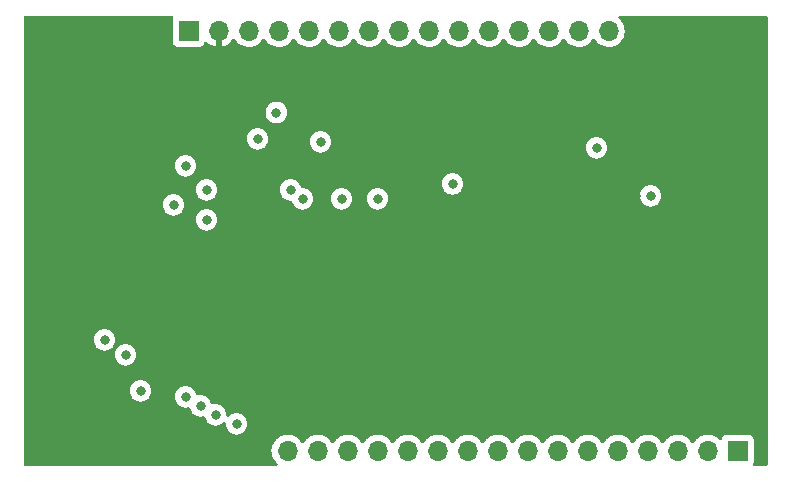
<source format=gbr>
%TF.GenerationSoftware,KiCad,Pcbnew,(6.0.0-0)*%
%TF.CreationDate,2022-08-18T21:47:30-04:00*%
%TF.ProjectId,CPU-Microcode-EEPROMs,4350552d-4d69-4637-926f-636f64652d45,rev?*%
%TF.SameCoordinates,Original*%
%TF.FileFunction,Copper,L3,Inr*%
%TF.FilePolarity,Positive*%
%FSLAX46Y46*%
G04 Gerber Fmt 4.6, Leading zero omitted, Abs format (unit mm)*
G04 Created by KiCad (PCBNEW (6.0.0-0)) date 2022-08-18 21:47:30*
%MOMM*%
%LPD*%
G01*
G04 APERTURE LIST*
%TA.AperFunction,ComponentPad*%
%ADD10R,1.700000X1.700000*%
%TD*%
%TA.AperFunction,ComponentPad*%
%ADD11O,1.700000X1.700000*%
%TD*%
%TA.AperFunction,ViaPad*%
%ADD12C,0.800000*%
%TD*%
G04 APERTURE END LIST*
D10*
%TO.N,~{DECODE_CONTROL_0}*%
%TO.C,J2*%
X115570000Y-112776000D03*
D11*
%TO.N,~{DECODE_CONTROL_1}*%
X113030000Y-112776000D03*
%TO.N,~{DECODE_CONTROL_2}*%
X110490000Y-112776000D03*
%TO.N,~{DECODE_CONTROL_3}*%
X107950000Y-112776000D03*
%TO.N,~{DECODE_CONTROL_4}*%
X105410000Y-112776000D03*
%TO.N,~{DECODE_CONTROL_5}*%
X102870000Y-112776000D03*
%TO.N,~{DECODE_CONTROL_6}*%
X100330000Y-112776000D03*
%TO.N,~{DECODE_CONTROL_7}*%
X97790000Y-112776000D03*
%TO.N,\u03BC0*%
X95250000Y-112776000D03*
%TO.N,\u03BC1*%
X92710000Y-112776000D03*
%TO.N,\u03BC2*%
X90170000Y-112776000D03*
%TO.N,\u03BC3*%
X87630000Y-112776000D03*
%TO.N,\u03BC4*%
X85090000Y-112776000D03*
%TO.N,\u03BC5*%
X82550000Y-112776000D03*
%TO.N,\u03BC6*%
X80010000Y-112776000D03*
%TO.N,\u03BC7*%
X77470000Y-112776000D03*
%TD*%
D10*
%TO.N,VCC*%
%TO.C,J1*%
X69088000Y-77216000D03*
D11*
%TO.N,GND*%
X71628000Y-77216000D03*
%TO.N,STEP0*%
X74168000Y-77216000D03*
%TO.N,STEP1*%
X76708000Y-77216000D03*
%TO.N,STEP2*%
X79248000Y-77216000D03*
%TO.N,STEP3*%
X81788000Y-77216000D03*
%TO.N,STEP4*%
X84328000Y-77216000D03*
%TO.N,INSTRUCTION0*%
X86868000Y-77216000D03*
%TO.N,INSTRUCTION1*%
X89408000Y-77216000D03*
%TO.N,INSTRUCTION2*%
X91948000Y-77216000D03*
%TO.N,INSTRUCTION3*%
X94488000Y-77216000D03*
%TO.N,INSTRUCTION4*%
X97028000Y-77216000D03*
%TO.N,INSTRUCTION5*%
X99568000Y-77216000D03*
%TO.N,INSTRUCTION6*%
X102108000Y-77216000D03*
%TO.N,INSTRUCTION7*%
X104648000Y-77216000D03*
%TD*%
D12*
%TO.N,GND*%
X109474000Y-91186000D03*
X106934000Y-91186000D03*
%TO.N,VCC*%
X108204000Y-91186000D03*
X103632000Y-87122000D03*
%TO.N,GND*%
X115311701Y-96778299D03*
X110744000Y-96774007D03*
X101600000Y-96774000D03*
X87122000Y-96774000D03*
X80264000Y-96774000D03*
X99314000Y-96774000D03*
X91440000Y-92710000D03*
X108458000Y-96774000D03*
X82550000Y-96774000D03*
X66294000Y-97790000D03*
X103886000Y-96774000D03*
X91694000Y-96774000D03*
X84836000Y-96774000D03*
X93980000Y-96774000D03*
X96266000Y-96774000D03*
X89408000Y-96774000D03*
X106172000Y-96774000D03*
X113030000Y-96774000D03*
%TO.N,VCC*%
X68834000Y-88646000D03*
X91440000Y-90170000D03*
%TO.N,~{OE}*%
X85090000Y-91440000D03*
X70612000Y-93218000D03*
%TO.N,A13*%
X74930000Y-86360000D03*
X78740000Y-91440000D03*
%TO.N,A14*%
X82042000Y-91440000D03*
X67818000Y-91948000D03*
%TO.N,INSTRUCTION7*%
X80264000Y-86614000D03*
X76517666Y-84135073D03*
%TO.N,INSTRUCTION6*%
X70612000Y-90678000D03*
X77724000Y-90678000D03*
%TO.N,\u03BC5*%
X71374000Y-109728000D03*
%TO.N,\u03BC4*%
X70104000Y-108966000D03*
%TO.N,\u03BC6*%
X73152000Y-110490000D03*
%TO.N,\u03BC0*%
X61976000Y-103378000D03*
%TO.N,\u03BC1*%
X63754000Y-104648000D03*
%TO.N,\u03BC2*%
X65024000Y-107696000D03*
%TO.N,\u03BC3*%
X68834000Y-108204000D03*
%TD*%
%TA.AperFunction,Conductor*%
%TO.N,GND*%
G36*
X67739202Y-75966002D02*
G01*
X67785695Y-76019658D01*
X67795799Y-76089932D01*
X67786161Y-76118836D01*
X67787385Y-76119295D01*
X67736255Y-76255684D01*
X67729500Y-76317866D01*
X67729500Y-78114134D01*
X67736255Y-78176316D01*
X67787385Y-78312705D01*
X67874739Y-78429261D01*
X67991295Y-78516615D01*
X68127684Y-78567745D01*
X68189866Y-78574500D01*
X69986134Y-78574500D01*
X70048316Y-78567745D01*
X70184705Y-78516615D01*
X70301261Y-78429261D01*
X70388615Y-78312705D01*
X70432798Y-78194848D01*
X70475440Y-78138084D01*
X70542001Y-78113384D01*
X70611350Y-78128592D01*
X70646017Y-78156580D01*
X70671218Y-78185673D01*
X70678580Y-78192883D01*
X70842434Y-78328916D01*
X70850881Y-78334831D01*
X71034756Y-78442279D01*
X71044042Y-78446729D01*
X71243001Y-78522703D01*
X71252899Y-78525579D01*
X71356250Y-78546606D01*
X71370299Y-78545410D01*
X71374000Y-78535065D01*
X71374000Y-77088000D01*
X71394002Y-77019879D01*
X71447658Y-76973386D01*
X71500000Y-76962000D01*
X71756000Y-76962000D01*
X71824121Y-76982002D01*
X71870614Y-77035658D01*
X71882000Y-77088000D01*
X71882000Y-78534517D01*
X71886064Y-78548359D01*
X71899478Y-78550393D01*
X71906184Y-78549534D01*
X71916262Y-78547392D01*
X72120255Y-78486191D01*
X72129842Y-78482433D01*
X72321095Y-78388739D01*
X72329945Y-78383464D01*
X72503328Y-78259792D01*
X72511200Y-78253139D01*
X72662052Y-78102812D01*
X72668730Y-78094965D01*
X72796022Y-77917819D01*
X72797279Y-77918722D01*
X72844373Y-77875362D01*
X72914311Y-77863145D01*
X72979751Y-77890678D01*
X73007579Y-77922511D01*
X73067987Y-78021088D01*
X73214250Y-78189938D01*
X73386126Y-78332632D01*
X73579000Y-78445338D01*
X73787692Y-78525030D01*
X73792760Y-78526061D01*
X73792763Y-78526062D01*
X73887862Y-78545410D01*
X74006597Y-78569567D01*
X74011772Y-78569757D01*
X74011774Y-78569757D01*
X74224673Y-78577564D01*
X74224677Y-78577564D01*
X74229837Y-78577753D01*
X74234957Y-78577097D01*
X74234959Y-78577097D01*
X74446288Y-78550025D01*
X74446289Y-78550025D01*
X74451416Y-78549368D01*
X74456366Y-78547883D01*
X74660429Y-78486661D01*
X74660434Y-78486659D01*
X74665384Y-78485174D01*
X74865994Y-78386896D01*
X75047860Y-78257173D01*
X75206096Y-78099489D01*
X75336453Y-77918077D01*
X75337776Y-77919028D01*
X75384645Y-77875857D01*
X75454580Y-77863625D01*
X75520026Y-77891144D01*
X75547875Y-77922994D01*
X75607987Y-78021088D01*
X75754250Y-78189938D01*
X75926126Y-78332632D01*
X76119000Y-78445338D01*
X76327692Y-78525030D01*
X76332760Y-78526061D01*
X76332763Y-78526062D01*
X76427862Y-78545410D01*
X76546597Y-78569567D01*
X76551772Y-78569757D01*
X76551774Y-78569757D01*
X76764673Y-78577564D01*
X76764677Y-78577564D01*
X76769837Y-78577753D01*
X76774957Y-78577097D01*
X76774959Y-78577097D01*
X76986288Y-78550025D01*
X76986289Y-78550025D01*
X76991416Y-78549368D01*
X76996366Y-78547883D01*
X77200429Y-78486661D01*
X77200434Y-78486659D01*
X77205384Y-78485174D01*
X77405994Y-78386896D01*
X77587860Y-78257173D01*
X77746096Y-78099489D01*
X77876453Y-77918077D01*
X77877776Y-77919028D01*
X77924645Y-77875857D01*
X77994580Y-77863625D01*
X78060026Y-77891144D01*
X78087875Y-77922994D01*
X78147987Y-78021088D01*
X78294250Y-78189938D01*
X78466126Y-78332632D01*
X78659000Y-78445338D01*
X78867692Y-78525030D01*
X78872760Y-78526061D01*
X78872763Y-78526062D01*
X78967862Y-78545410D01*
X79086597Y-78569567D01*
X79091772Y-78569757D01*
X79091774Y-78569757D01*
X79304673Y-78577564D01*
X79304677Y-78577564D01*
X79309837Y-78577753D01*
X79314957Y-78577097D01*
X79314959Y-78577097D01*
X79526288Y-78550025D01*
X79526289Y-78550025D01*
X79531416Y-78549368D01*
X79536366Y-78547883D01*
X79740429Y-78486661D01*
X79740434Y-78486659D01*
X79745384Y-78485174D01*
X79945994Y-78386896D01*
X80127860Y-78257173D01*
X80286096Y-78099489D01*
X80416453Y-77918077D01*
X80417776Y-77919028D01*
X80464645Y-77875857D01*
X80534580Y-77863625D01*
X80600026Y-77891144D01*
X80627875Y-77922994D01*
X80687987Y-78021088D01*
X80834250Y-78189938D01*
X81006126Y-78332632D01*
X81199000Y-78445338D01*
X81407692Y-78525030D01*
X81412760Y-78526061D01*
X81412763Y-78526062D01*
X81507862Y-78545410D01*
X81626597Y-78569567D01*
X81631772Y-78569757D01*
X81631774Y-78569757D01*
X81844673Y-78577564D01*
X81844677Y-78577564D01*
X81849837Y-78577753D01*
X81854957Y-78577097D01*
X81854959Y-78577097D01*
X82066288Y-78550025D01*
X82066289Y-78550025D01*
X82071416Y-78549368D01*
X82076366Y-78547883D01*
X82280429Y-78486661D01*
X82280434Y-78486659D01*
X82285384Y-78485174D01*
X82485994Y-78386896D01*
X82667860Y-78257173D01*
X82826096Y-78099489D01*
X82956453Y-77918077D01*
X82957776Y-77919028D01*
X83004645Y-77875857D01*
X83074580Y-77863625D01*
X83140026Y-77891144D01*
X83167875Y-77922994D01*
X83227987Y-78021088D01*
X83374250Y-78189938D01*
X83546126Y-78332632D01*
X83739000Y-78445338D01*
X83947692Y-78525030D01*
X83952760Y-78526061D01*
X83952763Y-78526062D01*
X84047862Y-78545410D01*
X84166597Y-78569567D01*
X84171772Y-78569757D01*
X84171774Y-78569757D01*
X84384673Y-78577564D01*
X84384677Y-78577564D01*
X84389837Y-78577753D01*
X84394957Y-78577097D01*
X84394959Y-78577097D01*
X84606288Y-78550025D01*
X84606289Y-78550025D01*
X84611416Y-78549368D01*
X84616366Y-78547883D01*
X84820429Y-78486661D01*
X84820434Y-78486659D01*
X84825384Y-78485174D01*
X85025994Y-78386896D01*
X85207860Y-78257173D01*
X85366096Y-78099489D01*
X85496453Y-77918077D01*
X85497776Y-77919028D01*
X85544645Y-77875857D01*
X85614580Y-77863625D01*
X85680026Y-77891144D01*
X85707875Y-77922994D01*
X85767987Y-78021088D01*
X85914250Y-78189938D01*
X86086126Y-78332632D01*
X86279000Y-78445338D01*
X86487692Y-78525030D01*
X86492760Y-78526061D01*
X86492763Y-78526062D01*
X86587862Y-78545410D01*
X86706597Y-78569567D01*
X86711772Y-78569757D01*
X86711774Y-78569757D01*
X86924673Y-78577564D01*
X86924677Y-78577564D01*
X86929837Y-78577753D01*
X86934957Y-78577097D01*
X86934959Y-78577097D01*
X87146288Y-78550025D01*
X87146289Y-78550025D01*
X87151416Y-78549368D01*
X87156366Y-78547883D01*
X87360429Y-78486661D01*
X87360434Y-78486659D01*
X87365384Y-78485174D01*
X87565994Y-78386896D01*
X87747860Y-78257173D01*
X87906096Y-78099489D01*
X88036453Y-77918077D01*
X88037776Y-77919028D01*
X88084645Y-77875857D01*
X88154580Y-77863625D01*
X88220026Y-77891144D01*
X88247875Y-77922994D01*
X88307987Y-78021088D01*
X88454250Y-78189938D01*
X88626126Y-78332632D01*
X88819000Y-78445338D01*
X89027692Y-78525030D01*
X89032760Y-78526061D01*
X89032763Y-78526062D01*
X89127862Y-78545410D01*
X89246597Y-78569567D01*
X89251772Y-78569757D01*
X89251774Y-78569757D01*
X89464673Y-78577564D01*
X89464677Y-78577564D01*
X89469837Y-78577753D01*
X89474957Y-78577097D01*
X89474959Y-78577097D01*
X89686288Y-78550025D01*
X89686289Y-78550025D01*
X89691416Y-78549368D01*
X89696366Y-78547883D01*
X89900429Y-78486661D01*
X89900434Y-78486659D01*
X89905384Y-78485174D01*
X90105994Y-78386896D01*
X90287860Y-78257173D01*
X90446096Y-78099489D01*
X90576453Y-77918077D01*
X90577776Y-77919028D01*
X90624645Y-77875857D01*
X90694580Y-77863625D01*
X90760026Y-77891144D01*
X90787875Y-77922994D01*
X90847987Y-78021088D01*
X90994250Y-78189938D01*
X91166126Y-78332632D01*
X91359000Y-78445338D01*
X91567692Y-78525030D01*
X91572760Y-78526061D01*
X91572763Y-78526062D01*
X91667862Y-78545410D01*
X91786597Y-78569567D01*
X91791772Y-78569757D01*
X91791774Y-78569757D01*
X92004673Y-78577564D01*
X92004677Y-78577564D01*
X92009837Y-78577753D01*
X92014957Y-78577097D01*
X92014959Y-78577097D01*
X92226288Y-78550025D01*
X92226289Y-78550025D01*
X92231416Y-78549368D01*
X92236366Y-78547883D01*
X92440429Y-78486661D01*
X92440434Y-78486659D01*
X92445384Y-78485174D01*
X92645994Y-78386896D01*
X92827860Y-78257173D01*
X92986096Y-78099489D01*
X93116453Y-77918077D01*
X93117776Y-77919028D01*
X93164645Y-77875857D01*
X93234580Y-77863625D01*
X93300026Y-77891144D01*
X93327875Y-77922994D01*
X93387987Y-78021088D01*
X93534250Y-78189938D01*
X93706126Y-78332632D01*
X93899000Y-78445338D01*
X94107692Y-78525030D01*
X94112760Y-78526061D01*
X94112763Y-78526062D01*
X94207862Y-78545410D01*
X94326597Y-78569567D01*
X94331772Y-78569757D01*
X94331774Y-78569757D01*
X94544673Y-78577564D01*
X94544677Y-78577564D01*
X94549837Y-78577753D01*
X94554957Y-78577097D01*
X94554959Y-78577097D01*
X94766288Y-78550025D01*
X94766289Y-78550025D01*
X94771416Y-78549368D01*
X94776366Y-78547883D01*
X94980429Y-78486661D01*
X94980434Y-78486659D01*
X94985384Y-78485174D01*
X95185994Y-78386896D01*
X95367860Y-78257173D01*
X95526096Y-78099489D01*
X95656453Y-77918077D01*
X95657776Y-77919028D01*
X95704645Y-77875857D01*
X95774580Y-77863625D01*
X95840026Y-77891144D01*
X95867875Y-77922994D01*
X95927987Y-78021088D01*
X96074250Y-78189938D01*
X96246126Y-78332632D01*
X96439000Y-78445338D01*
X96647692Y-78525030D01*
X96652760Y-78526061D01*
X96652763Y-78526062D01*
X96747862Y-78545410D01*
X96866597Y-78569567D01*
X96871772Y-78569757D01*
X96871774Y-78569757D01*
X97084673Y-78577564D01*
X97084677Y-78577564D01*
X97089837Y-78577753D01*
X97094957Y-78577097D01*
X97094959Y-78577097D01*
X97306288Y-78550025D01*
X97306289Y-78550025D01*
X97311416Y-78549368D01*
X97316366Y-78547883D01*
X97520429Y-78486661D01*
X97520434Y-78486659D01*
X97525384Y-78485174D01*
X97725994Y-78386896D01*
X97907860Y-78257173D01*
X98066096Y-78099489D01*
X98196453Y-77918077D01*
X98197776Y-77919028D01*
X98244645Y-77875857D01*
X98314580Y-77863625D01*
X98380026Y-77891144D01*
X98407875Y-77922994D01*
X98467987Y-78021088D01*
X98614250Y-78189938D01*
X98786126Y-78332632D01*
X98979000Y-78445338D01*
X99187692Y-78525030D01*
X99192760Y-78526061D01*
X99192763Y-78526062D01*
X99287862Y-78545410D01*
X99406597Y-78569567D01*
X99411772Y-78569757D01*
X99411774Y-78569757D01*
X99624673Y-78577564D01*
X99624677Y-78577564D01*
X99629837Y-78577753D01*
X99634957Y-78577097D01*
X99634959Y-78577097D01*
X99846288Y-78550025D01*
X99846289Y-78550025D01*
X99851416Y-78549368D01*
X99856366Y-78547883D01*
X100060429Y-78486661D01*
X100060434Y-78486659D01*
X100065384Y-78485174D01*
X100265994Y-78386896D01*
X100447860Y-78257173D01*
X100606096Y-78099489D01*
X100736453Y-77918077D01*
X100737776Y-77919028D01*
X100784645Y-77875857D01*
X100854580Y-77863625D01*
X100920026Y-77891144D01*
X100947875Y-77922994D01*
X101007987Y-78021088D01*
X101154250Y-78189938D01*
X101326126Y-78332632D01*
X101519000Y-78445338D01*
X101727692Y-78525030D01*
X101732760Y-78526061D01*
X101732763Y-78526062D01*
X101827862Y-78545410D01*
X101946597Y-78569567D01*
X101951772Y-78569757D01*
X101951774Y-78569757D01*
X102164673Y-78577564D01*
X102164677Y-78577564D01*
X102169837Y-78577753D01*
X102174957Y-78577097D01*
X102174959Y-78577097D01*
X102386288Y-78550025D01*
X102386289Y-78550025D01*
X102391416Y-78549368D01*
X102396366Y-78547883D01*
X102600429Y-78486661D01*
X102600434Y-78486659D01*
X102605384Y-78485174D01*
X102805994Y-78386896D01*
X102987860Y-78257173D01*
X103146096Y-78099489D01*
X103276453Y-77918077D01*
X103277776Y-77919028D01*
X103324645Y-77875857D01*
X103394580Y-77863625D01*
X103460026Y-77891144D01*
X103487875Y-77922994D01*
X103547987Y-78021088D01*
X103694250Y-78189938D01*
X103866126Y-78332632D01*
X104059000Y-78445338D01*
X104267692Y-78525030D01*
X104272760Y-78526061D01*
X104272763Y-78526062D01*
X104367862Y-78545410D01*
X104486597Y-78569567D01*
X104491772Y-78569757D01*
X104491774Y-78569757D01*
X104704673Y-78577564D01*
X104704677Y-78577564D01*
X104709837Y-78577753D01*
X104714957Y-78577097D01*
X104714959Y-78577097D01*
X104926288Y-78550025D01*
X104926289Y-78550025D01*
X104931416Y-78549368D01*
X104936366Y-78547883D01*
X105140429Y-78486661D01*
X105140434Y-78486659D01*
X105145384Y-78485174D01*
X105345994Y-78386896D01*
X105527860Y-78257173D01*
X105686096Y-78099489D01*
X105816453Y-77918077D01*
X105829995Y-77890678D01*
X105913136Y-77722453D01*
X105913137Y-77722451D01*
X105915430Y-77717811D01*
X105980370Y-77504069D01*
X106009529Y-77282590D01*
X106011156Y-77216000D01*
X105992852Y-76993361D01*
X105938431Y-76776702D01*
X105849354Y-76571840D01*
X105728014Y-76384277D01*
X105577670Y-76219051D01*
X105516677Y-76170881D01*
X105475615Y-76112964D01*
X105472383Y-76042041D01*
X105508009Y-75980630D01*
X105571180Y-75948228D01*
X105594770Y-75946000D01*
X117984000Y-75946000D01*
X118052121Y-75966002D01*
X118098614Y-76019658D01*
X118110000Y-76072000D01*
X118110000Y-113920000D01*
X118089998Y-113988121D01*
X118036342Y-114034614D01*
X117984000Y-114046000D01*
X116986919Y-114046000D01*
X116918798Y-114025998D01*
X116872305Y-113972342D01*
X116862201Y-113902068D01*
X116871839Y-113873164D01*
X116870615Y-113872705D01*
X116918971Y-113743715D01*
X116921745Y-113736316D01*
X116928500Y-113674134D01*
X116928500Y-111877866D01*
X116921745Y-111815684D01*
X116870615Y-111679295D01*
X116783261Y-111562739D01*
X116666705Y-111475385D01*
X116530316Y-111424255D01*
X116468134Y-111417500D01*
X114671866Y-111417500D01*
X114609684Y-111424255D01*
X114473295Y-111475385D01*
X114356739Y-111562739D01*
X114269385Y-111679295D01*
X114266233Y-111687703D01*
X114224919Y-111797907D01*
X114182277Y-111854671D01*
X114115716Y-111879371D01*
X114046367Y-111864163D01*
X114013743Y-111838476D01*
X113963151Y-111782875D01*
X113963142Y-111782866D01*
X113959670Y-111779051D01*
X113955619Y-111775852D01*
X113955615Y-111775848D01*
X113788414Y-111643800D01*
X113788410Y-111643798D01*
X113784359Y-111640598D01*
X113588789Y-111532638D01*
X113583920Y-111530914D01*
X113583916Y-111530912D01*
X113383087Y-111459795D01*
X113383083Y-111459794D01*
X113378212Y-111458069D01*
X113373119Y-111457162D01*
X113373116Y-111457161D01*
X113163373Y-111419800D01*
X113163367Y-111419799D01*
X113158284Y-111418894D01*
X113084452Y-111417992D01*
X112940081Y-111416228D01*
X112940079Y-111416228D01*
X112934911Y-111416165D01*
X112714091Y-111449955D01*
X112501756Y-111519357D01*
X112303607Y-111622507D01*
X112299474Y-111625610D01*
X112299471Y-111625612D01*
X112129100Y-111753530D01*
X112124965Y-111756635D01*
X112085525Y-111797907D01*
X112031280Y-111854671D01*
X111970629Y-111918138D01*
X111863201Y-112075621D01*
X111808293Y-112120621D01*
X111737768Y-112128792D01*
X111674021Y-112097538D01*
X111653324Y-112073054D01*
X111572822Y-111948617D01*
X111572820Y-111948614D01*
X111570014Y-111944277D01*
X111419670Y-111779051D01*
X111415619Y-111775852D01*
X111415615Y-111775848D01*
X111248414Y-111643800D01*
X111248410Y-111643798D01*
X111244359Y-111640598D01*
X111048789Y-111532638D01*
X111043920Y-111530914D01*
X111043916Y-111530912D01*
X110843087Y-111459795D01*
X110843083Y-111459794D01*
X110838212Y-111458069D01*
X110833119Y-111457162D01*
X110833116Y-111457161D01*
X110623373Y-111419800D01*
X110623367Y-111419799D01*
X110618284Y-111418894D01*
X110544452Y-111417992D01*
X110400081Y-111416228D01*
X110400079Y-111416228D01*
X110394911Y-111416165D01*
X110174091Y-111449955D01*
X109961756Y-111519357D01*
X109763607Y-111622507D01*
X109759474Y-111625610D01*
X109759471Y-111625612D01*
X109589100Y-111753530D01*
X109584965Y-111756635D01*
X109545525Y-111797907D01*
X109491280Y-111854671D01*
X109430629Y-111918138D01*
X109323201Y-112075621D01*
X109268293Y-112120621D01*
X109197768Y-112128792D01*
X109134021Y-112097538D01*
X109113324Y-112073054D01*
X109032822Y-111948617D01*
X109032820Y-111948614D01*
X109030014Y-111944277D01*
X108879670Y-111779051D01*
X108875619Y-111775852D01*
X108875615Y-111775848D01*
X108708414Y-111643800D01*
X108708410Y-111643798D01*
X108704359Y-111640598D01*
X108508789Y-111532638D01*
X108503920Y-111530914D01*
X108503916Y-111530912D01*
X108303087Y-111459795D01*
X108303083Y-111459794D01*
X108298212Y-111458069D01*
X108293119Y-111457162D01*
X108293116Y-111457161D01*
X108083373Y-111419800D01*
X108083367Y-111419799D01*
X108078284Y-111418894D01*
X108004452Y-111417992D01*
X107860081Y-111416228D01*
X107860079Y-111416228D01*
X107854911Y-111416165D01*
X107634091Y-111449955D01*
X107421756Y-111519357D01*
X107223607Y-111622507D01*
X107219474Y-111625610D01*
X107219471Y-111625612D01*
X107049100Y-111753530D01*
X107044965Y-111756635D01*
X107005525Y-111797907D01*
X106951280Y-111854671D01*
X106890629Y-111918138D01*
X106783201Y-112075621D01*
X106728293Y-112120621D01*
X106657768Y-112128792D01*
X106594021Y-112097538D01*
X106573324Y-112073054D01*
X106492822Y-111948617D01*
X106492820Y-111948614D01*
X106490014Y-111944277D01*
X106339670Y-111779051D01*
X106335619Y-111775852D01*
X106335615Y-111775848D01*
X106168414Y-111643800D01*
X106168410Y-111643798D01*
X106164359Y-111640598D01*
X105968789Y-111532638D01*
X105963920Y-111530914D01*
X105963916Y-111530912D01*
X105763087Y-111459795D01*
X105763083Y-111459794D01*
X105758212Y-111458069D01*
X105753119Y-111457162D01*
X105753116Y-111457161D01*
X105543373Y-111419800D01*
X105543367Y-111419799D01*
X105538284Y-111418894D01*
X105464452Y-111417992D01*
X105320081Y-111416228D01*
X105320079Y-111416228D01*
X105314911Y-111416165D01*
X105094091Y-111449955D01*
X104881756Y-111519357D01*
X104683607Y-111622507D01*
X104679474Y-111625610D01*
X104679471Y-111625612D01*
X104509100Y-111753530D01*
X104504965Y-111756635D01*
X104465525Y-111797907D01*
X104411280Y-111854671D01*
X104350629Y-111918138D01*
X104243201Y-112075621D01*
X104188293Y-112120621D01*
X104117768Y-112128792D01*
X104054021Y-112097538D01*
X104033324Y-112073054D01*
X103952822Y-111948617D01*
X103952820Y-111948614D01*
X103950014Y-111944277D01*
X103799670Y-111779051D01*
X103795619Y-111775852D01*
X103795615Y-111775848D01*
X103628414Y-111643800D01*
X103628410Y-111643798D01*
X103624359Y-111640598D01*
X103428789Y-111532638D01*
X103423920Y-111530914D01*
X103423916Y-111530912D01*
X103223087Y-111459795D01*
X103223083Y-111459794D01*
X103218212Y-111458069D01*
X103213119Y-111457162D01*
X103213116Y-111457161D01*
X103003373Y-111419800D01*
X103003367Y-111419799D01*
X102998284Y-111418894D01*
X102924452Y-111417992D01*
X102780081Y-111416228D01*
X102780079Y-111416228D01*
X102774911Y-111416165D01*
X102554091Y-111449955D01*
X102341756Y-111519357D01*
X102143607Y-111622507D01*
X102139474Y-111625610D01*
X102139471Y-111625612D01*
X101969100Y-111753530D01*
X101964965Y-111756635D01*
X101925525Y-111797907D01*
X101871280Y-111854671D01*
X101810629Y-111918138D01*
X101703201Y-112075621D01*
X101648293Y-112120621D01*
X101577768Y-112128792D01*
X101514021Y-112097538D01*
X101493324Y-112073054D01*
X101412822Y-111948617D01*
X101412820Y-111948614D01*
X101410014Y-111944277D01*
X101259670Y-111779051D01*
X101255619Y-111775852D01*
X101255615Y-111775848D01*
X101088414Y-111643800D01*
X101088410Y-111643798D01*
X101084359Y-111640598D01*
X100888789Y-111532638D01*
X100883920Y-111530914D01*
X100883916Y-111530912D01*
X100683087Y-111459795D01*
X100683083Y-111459794D01*
X100678212Y-111458069D01*
X100673119Y-111457162D01*
X100673116Y-111457161D01*
X100463373Y-111419800D01*
X100463367Y-111419799D01*
X100458284Y-111418894D01*
X100384452Y-111417992D01*
X100240081Y-111416228D01*
X100240079Y-111416228D01*
X100234911Y-111416165D01*
X100014091Y-111449955D01*
X99801756Y-111519357D01*
X99603607Y-111622507D01*
X99599474Y-111625610D01*
X99599471Y-111625612D01*
X99429100Y-111753530D01*
X99424965Y-111756635D01*
X99385525Y-111797907D01*
X99331280Y-111854671D01*
X99270629Y-111918138D01*
X99163201Y-112075621D01*
X99108293Y-112120621D01*
X99037768Y-112128792D01*
X98974021Y-112097538D01*
X98953324Y-112073054D01*
X98872822Y-111948617D01*
X98872820Y-111948614D01*
X98870014Y-111944277D01*
X98719670Y-111779051D01*
X98715619Y-111775852D01*
X98715615Y-111775848D01*
X98548414Y-111643800D01*
X98548410Y-111643798D01*
X98544359Y-111640598D01*
X98348789Y-111532638D01*
X98343920Y-111530914D01*
X98343916Y-111530912D01*
X98143087Y-111459795D01*
X98143083Y-111459794D01*
X98138212Y-111458069D01*
X98133119Y-111457162D01*
X98133116Y-111457161D01*
X97923373Y-111419800D01*
X97923367Y-111419799D01*
X97918284Y-111418894D01*
X97844452Y-111417992D01*
X97700081Y-111416228D01*
X97700079Y-111416228D01*
X97694911Y-111416165D01*
X97474091Y-111449955D01*
X97261756Y-111519357D01*
X97063607Y-111622507D01*
X97059474Y-111625610D01*
X97059471Y-111625612D01*
X96889100Y-111753530D01*
X96884965Y-111756635D01*
X96845525Y-111797907D01*
X96791280Y-111854671D01*
X96730629Y-111918138D01*
X96623201Y-112075621D01*
X96568293Y-112120621D01*
X96497768Y-112128792D01*
X96434021Y-112097538D01*
X96413324Y-112073054D01*
X96332822Y-111948617D01*
X96332820Y-111948614D01*
X96330014Y-111944277D01*
X96179670Y-111779051D01*
X96175619Y-111775852D01*
X96175615Y-111775848D01*
X96008414Y-111643800D01*
X96008410Y-111643798D01*
X96004359Y-111640598D01*
X95808789Y-111532638D01*
X95803920Y-111530914D01*
X95803916Y-111530912D01*
X95603087Y-111459795D01*
X95603083Y-111459794D01*
X95598212Y-111458069D01*
X95593119Y-111457162D01*
X95593116Y-111457161D01*
X95383373Y-111419800D01*
X95383367Y-111419799D01*
X95378284Y-111418894D01*
X95304452Y-111417992D01*
X95160081Y-111416228D01*
X95160079Y-111416228D01*
X95154911Y-111416165D01*
X94934091Y-111449955D01*
X94721756Y-111519357D01*
X94523607Y-111622507D01*
X94519474Y-111625610D01*
X94519471Y-111625612D01*
X94349100Y-111753530D01*
X94344965Y-111756635D01*
X94305525Y-111797907D01*
X94251280Y-111854671D01*
X94190629Y-111918138D01*
X94083201Y-112075621D01*
X94028293Y-112120621D01*
X93957768Y-112128792D01*
X93894021Y-112097538D01*
X93873324Y-112073054D01*
X93792822Y-111948617D01*
X93792820Y-111948614D01*
X93790014Y-111944277D01*
X93639670Y-111779051D01*
X93635619Y-111775852D01*
X93635615Y-111775848D01*
X93468414Y-111643800D01*
X93468410Y-111643798D01*
X93464359Y-111640598D01*
X93268789Y-111532638D01*
X93263920Y-111530914D01*
X93263916Y-111530912D01*
X93063087Y-111459795D01*
X93063083Y-111459794D01*
X93058212Y-111458069D01*
X93053119Y-111457162D01*
X93053116Y-111457161D01*
X92843373Y-111419800D01*
X92843367Y-111419799D01*
X92838284Y-111418894D01*
X92764452Y-111417992D01*
X92620081Y-111416228D01*
X92620079Y-111416228D01*
X92614911Y-111416165D01*
X92394091Y-111449955D01*
X92181756Y-111519357D01*
X91983607Y-111622507D01*
X91979474Y-111625610D01*
X91979471Y-111625612D01*
X91809100Y-111753530D01*
X91804965Y-111756635D01*
X91765525Y-111797907D01*
X91711280Y-111854671D01*
X91650629Y-111918138D01*
X91543201Y-112075621D01*
X91488293Y-112120621D01*
X91417768Y-112128792D01*
X91354021Y-112097538D01*
X91333324Y-112073054D01*
X91252822Y-111948617D01*
X91252820Y-111948614D01*
X91250014Y-111944277D01*
X91099670Y-111779051D01*
X91095619Y-111775852D01*
X91095615Y-111775848D01*
X90928414Y-111643800D01*
X90928410Y-111643798D01*
X90924359Y-111640598D01*
X90728789Y-111532638D01*
X90723920Y-111530914D01*
X90723916Y-111530912D01*
X90523087Y-111459795D01*
X90523083Y-111459794D01*
X90518212Y-111458069D01*
X90513119Y-111457162D01*
X90513116Y-111457161D01*
X90303373Y-111419800D01*
X90303367Y-111419799D01*
X90298284Y-111418894D01*
X90224452Y-111417992D01*
X90080081Y-111416228D01*
X90080079Y-111416228D01*
X90074911Y-111416165D01*
X89854091Y-111449955D01*
X89641756Y-111519357D01*
X89443607Y-111622507D01*
X89439474Y-111625610D01*
X89439471Y-111625612D01*
X89269100Y-111753530D01*
X89264965Y-111756635D01*
X89225525Y-111797907D01*
X89171280Y-111854671D01*
X89110629Y-111918138D01*
X89003201Y-112075621D01*
X88948293Y-112120621D01*
X88877768Y-112128792D01*
X88814021Y-112097538D01*
X88793324Y-112073054D01*
X88712822Y-111948617D01*
X88712820Y-111948614D01*
X88710014Y-111944277D01*
X88559670Y-111779051D01*
X88555619Y-111775852D01*
X88555615Y-111775848D01*
X88388414Y-111643800D01*
X88388410Y-111643798D01*
X88384359Y-111640598D01*
X88188789Y-111532638D01*
X88183920Y-111530914D01*
X88183916Y-111530912D01*
X87983087Y-111459795D01*
X87983083Y-111459794D01*
X87978212Y-111458069D01*
X87973119Y-111457162D01*
X87973116Y-111457161D01*
X87763373Y-111419800D01*
X87763367Y-111419799D01*
X87758284Y-111418894D01*
X87684452Y-111417992D01*
X87540081Y-111416228D01*
X87540079Y-111416228D01*
X87534911Y-111416165D01*
X87314091Y-111449955D01*
X87101756Y-111519357D01*
X86903607Y-111622507D01*
X86899474Y-111625610D01*
X86899471Y-111625612D01*
X86729100Y-111753530D01*
X86724965Y-111756635D01*
X86685525Y-111797907D01*
X86631280Y-111854671D01*
X86570629Y-111918138D01*
X86463201Y-112075621D01*
X86408293Y-112120621D01*
X86337768Y-112128792D01*
X86274021Y-112097538D01*
X86253324Y-112073054D01*
X86172822Y-111948617D01*
X86172820Y-111948614D01*
X86170014Y-111944277D01*
X86019670Y-111779051D01*
X86015619Y-111775852D01*
X86015615Y-111775848D01*
X85848414Y-111643800D01*
X85848410Y-111643798D01*
X85844359Y-111640598D01*
X85648789Y-111532638D01*
X85643920Y-111530914D01*
X85643916Y-111530912D01*
X85443087Y-111459795D01*
X85443083Y-111459794D01*
X85438212Y-111458069D01*
X85433119Y-111457162D01*
X85433116Y-111457161D01*
X85223373Y-111419800D01*
X85223367Y-111419799D01*
X85218284Y-111418894D01*
X85144452Y-111417992D01*
X85000081Y-111416228D01*
X85000079Y-111416228D01*
X84994911Y-111416165D01*
X84774091Y-111449955D01*
X84561756Y-111519357D01*
X84363607Y-111622507D01*
X84359474Y-111625610D01*
X84359471Y-111625612D01*
X84189100Y-111753530D01*
X84184965Y-111756635D01*
X84145525Y-111797907D01*
X84091280Y-111854671D01*
X84030629Y-111918138D01*
X83923201Y-112075621D01*
X83868293Y-112120621D01*
X83797768Y-112128792D01*
X83734021Y-112097538D01*
X83713324Y-112073054D01*
X83632822Y-111948617D01*
X83632820Y-111948614D01*
X83630014Y-111944277D01*
X83479670Y-111779051D01*
X83475619Y-111775852D01*
X83475615Y-111775848D01*
X83308414Y-111643800D01*
X83308410Y-111643798D01*
X83304359Y-111640598D01*
X83108789Y-111532638D01*
X83103920Y-111530914D01*
X83103916Y-111530912D01*
X82903087Y-111459795D01*
X82903083Y-111459794D01*
X82898212Y-111458069D01*
X82893119Y-111457162D01*
X82893116Y-111457161D01*
X82683373Y-111419800D01*
X82683367Y-111419799D01*
X82678284Y-111418894D01*
X82604452Y-111417992D01*
X82460081Y-111416228D01*
X82460079Y-111416228D01*
X82454911Y-111416165D01*
X82234091Y-111449955D01*
X82021756Y-111519357D01*
X81823607Y-111622507D01*
X81819474Y-111625610D01*
X81819471Y-111625612D01*
X81649100Y-111753530D01*
X81644965Y-111756635D01*
X81605525Y-111797907D01*
X81551280Y-111854671D01*
X81490629Y-111918138D01*
X81383201Y-112075621D01*
X81328293Y-112120621D01*
X81257768Y-112128792D01*
X81194021Y-112097538D01*
X81173324Y-112073054D01*
X81092822Y-111948617D01*
X81092820Y-111948614D01*
X81090014Y-111944277D01*
X80939670Y-111779051D01*
X80935619Y-111775852D01*
X80935615Y-111775848D01*
X80768414Y-111643800D01*
X80768410Y-111643798D01*
X80764359Y-111640598D01*
X80568789Y-111532638D01*
X80563920Y-111530914D01*
X80563916Y-111530912D01*
X80363087Y-111459795D01*
X80363083Y-111459794D01*
X80358212Y-111458069D01*
X80353119Y-111457162D01*
X80353116Y-111457161D01*
X80143373Y-111419800D01*
X80143367Y-111419799D01*
X80138284Y-111418894D01*
X80064452Y-111417992D01*
X79920081Y-111416228D01*
X79920079Y-111416228D01*
X79914911Y-111416165D01*
X79694091Y-111449955D01*
X79481756Y-111519357D01*
X79283607Y-111622507D01*
X79279474Y-111625610D01*
X79279471Y-111625612D01*
X79109100Y-111753530D01*
X79104965Y-111756635D01*
X79065525Y-111797907D01*
X79011280Y-111854671D01*
X78950629Y-111918138D01*
X78843201Y-112075621D01*
X78788293Y-112120621D01*
X78717768Y-112128792D01*
X78654021Y-112097538D01*
X78633324Y-112073054D01*
X78552822Y-111948617D01*
X78552820Y-111948614D01*
X78550014Y-111944277D01*
X78399670Y-111779051D01*
X78395619Y-111775852D01*
X78395615Y-111775848D01*
X78228414Y-111643800D01*
X78228410Y-111643798D01*
X78224359Y-111640598D01*
X78028789Y-111532638D01*
X78023920Y-111530914D01*
X78023916Y-111530912D01*
X77823087Y-111459795D01*
X77823083Y-111459794D01*
X77818212Y-111458069D01*
X77813119Y-111457162D01*
X77813116Y-111457161D01*
X77603373Y-111419800D01*
X77603367Y-111419799D01*
X77598284Y-111418894D01*
X77524452Y-111417992D01*
X77380081Y-111416228D01*
X77380079Y-111416228D01*
X77374911Y-111416165D01*
X77154091Y-111449955D01*
X76941756Y-111519357D01*
X76743607Y-111622507D01*
X76739474Y-111625610D01*
X76739471Y-111625612D01*
X76569100Y-111753530D01*
X76564965Y-111756635D01*
X76525525Y-111797907D01*
X76471280Y-111854671D01*
X76410629Y-111918138D01*
X76284743Y-112102680D01*
X76190688Y-112305305D01*
X76130989Y-112520570D01*
X76107251Y-112742695D01*
X76120110Y-112965715D01*
X76121247Y-112970761D01*
X76121248Y-112970767D01*
X76145304Y-113077508D01*
X76169222Y-113183639D01*
X76253266Y-113390616D01*
X76290685Y-113451678D01*
X76367291Y-113576688D01*
X76369987Y-113581088D01*
X76516250Y-113749938D01*
X76587214Y-113808854D01*
X76604321Y-113823056D01*
X76643956Y-113881959D01*
X76645454Y-113952939D01*
X76608339Y-114013462D01*
X76544395Y-114044311D01*
X76523836Y-114046000D01*
X55244000Y-114046000D01*
X55175879Y-114025998D01*
X55129386Y-113972342D01*
X55118000Y-113920000D01*
X55118000Y-107696000D01*
X64110496Y-107696000D01*
X64130458Y-107885928D01*
X64189473Y-108067556D01*
X64284960Y-108232944D01*
X64289378Y-108237851D01*
X64289379Y-108237852D01*
X64333753Y-108287134D01*
X64412747Y-108374866D01*
X64567248Y-108487118D01*
X64573276Y-108489802D01*
X64573278Y-108489803D01*
X64735681Y-108562109D01*
X64741712Y-108564794D01*
X64835113Y-108584647D01*
X64922056Y-108603128D01*
X64922061Y-108603128D01*
X64928513Y-108604500D01*
X65119487Y-108604500D01*
X65125939Y-108603128D01*
X65125944Y-108603128D01*
X65212888Y-108584647D01*
X65306288Y-108564794D01*
X65312319Y-108562109D01*
X65474722Y-108489803D01*
X65474724Y-108489802D01*
X65480752Y-108487118D01*
X65635253Y-108374866D01*
X65714247Y-108287134D01*
X65758621Y-108237852D01*
X65758622Y-108237851D01*
X65763040Y-108232944D01*
X65779751Y-108204000D01*
X67920496Y-108204000D01*
X67921186Y-108210565D01*
X67938863Y-108378749D01*
X67940458Y-108393928D01*
X67999473Y-108575556D01*
X68094960Y-108740944D01*
X68222747Y-108882866D01*
X68377248Y-108995118D01*
X68383276Y-108997802D01*
X68383278Y-108997803D01*
X68545681Y-109070109D01*
X68551712Y-109072794D01*
X68625278Y-109088431D01*
X68732056Y-109111128D01*
X68732061Y-109111128D01*
X68738513Y-109112500D01*
X68929487Y-109112500D01*
X68935939Y-109111128D01*
X68935944Y-109111128D01*
X69068136Y-109083029D01*
X69138927Y-109088431D01*
X69195559Y-109131248D01*
X69214166Y-109167340D01*
X69269473Y-109337556D01*
X69364960Y-109502944D01*
X69369378Y-109507851D01*
X69369379Y-109507852D01*
X69396589Y-109538072D01*
X69492747Y-109644866D01*
X69647248Y-109757118D01*
X69653276Y-109759802D01*
X69653278Y-109759803D01*
X69815681Y-109832109D01*
X69821712Y-109834794D01*
X69887318Y-109848739D01*
X70002056Y-109873128D01*
X70002061Y-109873128D01*
X70008513Y-109874500D01*
X70199487Y-109874500D01*
X70205939Y-109873128D01*
X70205944Y-109873128D01*
X70338136Y-109845029D01*
X70408927Y-109850431D01*
X70465559Y-109893248D01*
X70484166Y-109929340D01*
X70539473Y-110099556D01*
X70634960Y-110264944D01*
X70639378Y-110269851D01*
X70639379Y-110269852D01*
X70666589Y-110300072D01*
X70762747Y-110406866D01*
X70800633Y-110434392D01*
X70886207Y-110496565D01*
X70917248Y-110519118D01*
X70923276Y-110521802D01*
X70923278Y-110521803D01*
X71085681Y-110594109D01*
X71091712Y-110596794D01*
X71185112Y-110616647D01*
X71272056Y-110635128D01*
X71272061Y-110635128D01*
X71278513Y-110636500D01*
X71469487Y-110636500D01*
X71475939Y-110635128D01*
X71475944Y-110635128D01*
X71562888Y-110616647D01*
X71656288Y-110596794D01*
X71662319Y-110594109D01*
X71824722Y-110521803D01*
X71824724Y-110521802D01*
X71830752Y-110519118D01*
X71861794Y-110496565D01*
X71947367Y-110434392D01*
X71985253Y-110406866D01*
X72022378Y-110365635D01*
X72082820Y-110328397D01*
X72153803Y-110329748D01*
X72212788Y-110369261D01*
X72241047Y-110434392D01*
X72241321Y-110463115D01*
X72239186Y-110483432D01*
X72238496Y-110490000D01*
X72239186Y-110496565D01*
X72253894Y-110636500D01*
X72258458Y-110679928D01*
X72317473Y-110861556D01*
X72412960Y-111026944D01*
X72540747Y-111168866D01*
X72695248Y-111281118D01*
X72701276Y-111283802D01*
X72701278Y-111283803D01*
X72863681Y-111356109D01*
X72869712Y-111358794D01*
X72963112Y-111378647D01*
X73050056Y-111397128D01*
X73050061Y-111397128D01*
X73056513Y-111398500D01*
X73247487Y-111398500D01*
X73253939Y-111397128D01*
X73253944Y-111397128D01*
X73340888Y-111378647D01*
X73434288Y-111358794D01*
X73440319Y-111356109D01*
X73602722Y-111283803D01*
X73602724Y-111283802D01*
X73608752Y-111281118D01*
X73763253Y-111168866D01*
X73891040Y-111026944D01*
X73986527Y-110861556D01*
X74045542Y-110679928D01*
X74050107Y-110636500D01*
X74064814Y-110496565D01*
X74065504Y-110490000D01*
X74059659Y-110434392D01*
X74046232Y-110306635D01*
X74046232Y-110306633D01*
X74045542Y-110300072D01*
X73986527Y-110118444D01*
X73891040Y-109953056D01*
X73763253Y-109811134D01*
X73648829Y-109728000D01*
X73614094Y-109702763D01*
X73614093Y-109702762D01*
X73608752Y-109698882D01*
X73602724Y-109696198D01*
X73602722Y-109696197D01*
X73440319Y-109623891D01*
X73440318Y-109623891D01*
X73434288Y-109621206D01*
X73340888Y-109601353D01*
X73253944Y-109582872D01*
X73253939Y-109582872D01*
X73247487Y-109581500D01*
X73056513Y-109581500D01*
X73050061Y-109582872D01*
X73050056Y-109582872D01*
X72963112Y-109601353D01*
X72869712Y-109621206D01*
X72863682Y-109623891D01*
X72863681Y-109623891D01*
X72701278Y-109696197D01*
X72701276Y-109696198D01*
X72695248Y-109698882D01*
X72689907Y-109702762D01*
X72689906Y-109702763D01*
X72655171Y-109728000D01*
X72540747Y-109811134D01*
X72503622Y-109852365D01*
X72443180Y-109889603D01*
X72372197Y-109888252D01*
X72313212Y-109848739D01*
X72284953Y-109783608D01*
X72284679Y-109754885D01*
X72286814Y-109734568D01*
X72286814Y-109734565D01*
X72287504Y-109728000D01*
X72284161Y-109696197D01*
X72268232Y-109544635D01*
X72268232Y-109544633D01*
X72267542Y-109538072D01*
X72208527Y-109356444D01*
X72113040Y-109191056D01*
X71985253Y-109049134D01*
X71830752Y-108936882D01*
X71824724Y-108934198D01*
X71824722Y-108934197D01*
X71662319Y-108861891D01*
X71662318Y-108861891D01*
X71656288Y-108859206D01*
X71562888Y-108839353D01*
X71475944Y-108820872D01*
X71475939Y-108820872D01*
X71469487Y-108819500D01*
X71278513Y-108819500D01*
X71272061Y-108820872D01*
X71272056Y-108820872D01*
X71139864Y-108848971D01*
X71069073Y-108843569D01*
X71012441Y-108800752D01*
X70993834Y-108764660D01*
X70941794Y-108604500D01*
X70938527Y-108594444D01*
X70843040Y-108429056D01*
X70817064Y-108400206D01*
X70719675Y-108292045D01*
X70719674Y-108292044D01*
X70715253Y-108287134D01*
X70600829Y-108204000D01*
X70566094Y-108178763D01*
X70566093Y-108178762D01*
X70560752Y-108174882D01*
X70554724Y-108172198D01*
X70554722Y-108172197D01*
X70392319Y-108099891D01*
X70392318Y-108099891D01*
X70386288Y-108097206D01*
X70273721Y-108073279D01*
X70205944Y-108058872D01*
X70205939Y-108058872D01*
X70199487Y-108057500D01*
X70008513Y-108057500D01*
X70002061Y-108058872D01*
X70002056Y-108058872D01*
X69869864Y-108086971D01*
X69799073Y-108081569D01*
X69742441Y-108038752D01*
X69723834Y-108002660D01*
X69670569Y-107838729D01*
X69668527Y-107832444D01*
X69573040Y-107667056D01*
X69445253Y-107525134D01*
X69290752Y-107412882D01*
X69284724Y-107410198D01*
X69284722Y-107410197D01*
X69122319Y-107337891D01*
X69122318Y-107337891D01*
X69116288Y-107335206D01*
X69022888Y-107315353D01*
X68935944Y-107296872D01*
X68935939Y-107296872D01*
X68929487Y-107295500D01*
X68738513Y-107295500D01*
X68732061Y-107296872D01*
X68732056Y-107296872D01*
X68645113Y-107315353D01*
X68551712Y-107335206D01*
X68545682Y-107337891D01*
X68545681Y-107337891D01*
X68383278Y-107410197D01*
X68383276Y-107410198D01*
X68377248Y-107412882D01*
X68222747Y-107525134D01*
X68094960Y-107667056D01*
X67999473Y-107832444D01*
X67940458Y-108014072D01*
X67939768Y-108020633D01*
X67939768Y-108020635D01*
X67931720Y-108097206D01*
X67920496Y-108204000D01*
X65779751Y-108204000D01*
X65858527Y-108067556D01*
X65917542Y-107885928D01*
X65937504Y-107696000D01*
X65920062Y-107530045D01*
X65918232Y-107512635D01*
X65918232Y-107512633D01*
X65917542Y-107506072D01*
X65858527Y-107324444D01*
X65763040Y-107159056D01*
X65635253Y-107017134D01*
X65480752Y-106904882D01*
X65474724Y-106902198D01*
X65474722Y-106902197D01*
X65312319Y-106829891D01*
X65312318Y-106829891D01*
X65306288Y-106827206D01*
X65212888Y-106807353D01*
X65125944Y-106788872D01*
X65125939Y-106788872D01*
X65119487Y-106787500D01*
X64928513Y-106787500D01*
X64922061Y-106788872D01*
X64922056Y-106788872D01*
X64835113Y-106807353D01*
X64741712Y-106827206D01*
X64735682Y-106829891D01*
X64735681Y-106829891D01*
X64573278Y-106902197D01*
X64573276Y-106902198D01*
X64567248Y-106904882D01*
X64412747Y-107017134D01*
X64284960Y-107159056D01*
X64189473Y-107324444D01*
X64130458Y-107506072D01*
X64129768Y-107512633D01*
X64129768Y-107512635D01*
X64127938Y-107530045D01*
X64110496Y-107696000D01*
X55118000Y-107696000D01*
X55118000Y-104648000D01*
X62840496Y-104648000D01*
X62860458Y-104837928D01*
X62919473Y-105019556D01*
X63014960Y-105184944D01*
X63142747Y-105326866D01*
X63297248Y-105439118D01*
X63303276Y-105441802D01*
X63303278Y-105441803D01*
X63465681Y-105514109D01*
X63471712Y-105516794D01*
X63565113Y-105536647D01*
X63652056Y-105555128D01*
X63652061Y-105555128D01*
X63658513Y-105556500D01*
X63849487Y-105556500D01*
X63855939Y-105555128D01*
X63855944Y-105555128D01*
X63942888Y-105536647D01*
X64036288Y-105516794D01*
X64042319Y-105514109D01*
X64204722Y-105441803D01*
X64204724Y-105441802D01*
X64210752Y-105439118D01*
X64365253Y-105326866D01*
X64493040Y-105184944D01*
X64588527Y-105019556D01*
X64647542Y-104837928D01*
X64667504Y-104648000D01*
X64647542Y-104458072D01*
X64588527Y-104276444D01*
X64493040Y-104111056D01*
X64447744Y-104060749D01*
X64369675Y-103974045D01*
X64369674Y-103974044D01*
X64365253Y-103969134D01*
X64210752Y-103856882D01*
X64204724Y-103854198D01*
X64204722Y-103854197D01*
X64042319Y-103781891D01*
X64042318Y-103781891D01*
X64036288Y-103779206D01*
X63923721Y-103755279D01*
X63855944Y-103740872D01*
X63855939Y-103740872D01*
X63849487Y-103739500D01*
X63658513Y-103739500D01*
X63652061Y-103740872D01*
X63652056Y-103740872D01*
X63584279Y-103755279D01*
X63471712Y-103779206D01*
X63465682Y-103781891D01*
X63465681Y-103781891D01*
X63303278Y-103854197D01*
X63303276Y-103854198D01*
X63297248Y-103856882D01*
X63142747Y-103969134D01*
X63138326Y-103974044D01*
X63138325Y-103974045D01*
X63060257Y-104060749D01*
X63014960Y-104111056D01*
X62919473Y-104276444D01*
X62860458Y-104458072D01*
X62840496Y-104648000D01*
X55118000Y-104648000D01*
X55118000Y-103378000D01*
X61062496Y-103378000D01*
X61082458Y-103567928D01*
X61141473Y-103749556D01*
X61236960Y-103914944D01*
X61241378Y-103919851D01*
X61241379Y-103919852D01*
X61285753Y-103969134D01*
X61364747Y-104056866D01*
X61519248Y-104169118D01*
X61525276Y-104171802D01*
X61525278Y-104171803D01*
X61687681Y-104244109D01*
X61693712Y-104246794D01*
X61787112Y-104266647D01*
X61874056Y-104285128D01*
X61874061Y-104285128D01*
X61880513Y-104286500D01*
X62071487Y-104286500D01*
X62077939Y-104285128D01*
X62077944Y-104285128D01*
X62164887Y-104266647D01*
X62258288Y-104246794D01*
X62264319Y-104244109D01*
X62426722Y-104171803D01*
X62426724Y-104171802D01*
X62432752Y-104169118D01*
X62587253Y-104056866D01*
X62666247Y-103969134D01*
X62710621Y-103919852D01*
X62710622Y-103919851D01*
X62715040Y-103914944D01*
X62810527Y-103749556D01*
X62869542Y-103567928D01*
X62889504Y-103378000D01*
X62869542Y-103188072D01*
X62810527Y-103006444D01*
X62715040Y-102841056D01*
X62587253Y-102699134D01*
X62432752Y-102586882D01*
X62426724Y-102584198D01*
X62426722Y-102584197D01*
X62264319Y-102511891D01*
X62264318Y-102511891D01*
X62258288Y-102509206D01*
X62164887Y-102489353D01*
X62077944Y-102470872D01*
X62077939Y-102470872D01*
X62071487Y-102469500D01*
X61880513Y-102469500D01*
X61874061Y-102470872D01*
X61874056Y-102470872D01*
X61787112Y-102489353D01*
X61693712Y-102509206D01*
X61687682Y-102511891D01*
X61687681Y-102511891D01*
X61525278Y-102584197D01*
X61525276Y-102584198D01*
X61519248Y-102586882D01*
X61364747Y-102699134D01*
X61236960Y-102841056D01*
X61141473Y-103006444D01*
X61082458Y-103188072D01*
X61062496Y-103378000D01*
X55118000Y-103378000D01*
X55118000Y-93218000D01*
X69698496Y-93218000D01*
X69718458Y-93407928D01*
X69777473Y-93589556D01*
X69872960Y-93754944D01*
X70000747Y-93896866D01*
X70155248Y-94009118D01*
X70161276Y-94011802D01*
X70161278Y-94011803D01*
X70323681Y-94084109D01*
X70329712Y-94086794D01*
X70423113Y-94106647D01*
X70510056Y-94125128D01*
X70510061Y-94125128D01*
X70516513Y-94126500D01*
X70707487Y-94126500D01*
X70713939Y-94125128D01*
X70713944Y-94125128D01*
X70800887Y-94106647D01*
X70894288Y-94086794D01*
X70900319Y-94084109D01*
X71062722Y-94011803D01*
X71062724Y-94011802D01*
X71068752Y-94009118D01*
X71223253Y-93896866D01*
X71351040Y-93754944D01*
X71446527Y-93589556D01*
X71505542Y-93407928D01*
X71525504Y-93218000D01*
X71505542Y-93028072D01*
X71446527Y-92846444D01*
X71351040Y-92681056D01*
X71305744Y-92630749D01*
X71227675Y-92544045D01*
X71227674Y-92544044D01*
X71223253Y-92539134D01*
X71068752Y-92426882D01*
X71062724Y-92424198D01*
X71062722Y-92424197D01*
X70900319Y-92351891D01*
X70900318Y-92351891D01*
X70894288Y-92349206D01*
X70781721Y-92325279D01*
X70713944Y-92310872D01*
X70713939Y-92310872D01*
X70707487Y-92309500D01*
X70516513Y-92309500D01*
X70510061Y-92310872D01*
X70510056Y-92310872D01*
X70442279Y-92325279D01*
X70329712Y-92349206D01*
X70323682Y-92351891D01*
X70323681Y-92351891D01*
X70161278Y-92424197D01*
X70161276Y-92424198D01*
X70155248Y-92426882D01*
X70000747Y-92539134D01*
X69996326Y-92544044D01*
X69996325Y-92544045D01*
X69918257Y-92630749D01*
X69872960Y-92681056D01*
X69777473Y-92846444D01*
X69718458Y-93028072D01*
X69698496Y-93218000D01*
X55118000Y-93218000D01*
X55118000Y-91948000D01*
X66904496Y-91948000D01*
X66905186Y-91954565D01*
X66922863Y-92122749D01*
X66924458Y-92137928D01*
X66983473Y-92319556D01*
X67078960Y-92484944D01*
X67083378Y-92489851D01*
X67083379Y-92489852D01*
X67127753Y-92539134D01*
X67206747Y-92626866D01*
X67361248Y-92739118D01*
X67367276Y-92741802D01*
X67367278Y-92741803D01*
X67529681Y-92814109D01*
X67535712Y-92816794D01*
X67629113Y-92836647D01*
X67716056Y-92855128D01*
X67716061Y-92855128D01*
X67722513Y-92856500D01*
X67913487Y-92856500D01*
X67919939Y-92855128D01*
X67919944Y-92855128D01*
X68006887Y-92836647D01*
X68100288Y-92816794D01*
X68106319Y-92814109D01*
X68268722Y-92741803D01*
X68268724Y-92741802D01*
X68274752Y-92739118D01*
X68429253Y-92626866D01*
X68508247Y-92539134D01*
X68552621Y-92489852D01*
X68552622Y-92489851D01*
X68557040Y-92484944D01*
X68652527Y-92319556D01*
X68711542Y-92137928D01*
X68713138Y-92122749D01*
X68730814Y-91954565D01*
X68731504Y-91948000D01*
X68730814Y-91941435D01*
X68712232Y-91764635D01*
X68712232Y-91764633D01*
X68711542Y-91758072D01*
X68652527Y-91576444D01*
X68557040Y-91411056D01*
X68531064Y-91382206D01*
X68433675Y-91274045D01*
X68433674Y-91274044D01*
X68429253Y-91269134D01*
X68314829Y-91186000D01*
X68280094Y-91160763D01*
X68280093Y-91160762D01*
X68274752Y-91156882D01*
X68268724Y-91154198D01*
X68268722Y-91154197D01*
X68106319Y-91081891D01*
X68106318Y-91081891D01*
X68100288Y-91079206D01*
X67987721Y-91055279D01*
X67919944Y-91040872D01*
X67919939Y-91040872D01*
X67913487Y-91039500D01*
X67722513Y-91039500D01*
X67716061Y-91040872D01*
X67716056Y-91040872D01*
X67648279Y-91055279D01*
X67535712Y-91079206D01*
X67529682Y-91081891D01*
X67529681Y-91081891D01*
X67367278Y-91154197D01*
X67367276Y-91154198D01*
X67361248Y-91156882D01*
X67355907Y-91160762D01*
X67355906Y-91160763D01*
X67321171Y-91186000D01*
X67206747Y-91269134D01*
X67202326Y-91274044D01*
X67202325Y-91274045D01*
X67104937Y-91382206D01*
X67078960Y-91411056D01*
X66983473Y-91576444D01*
X66924458Y-91758072D01*
X66923768Y-91764633D01*
X66923768Y-91764635D01*
X66905186Y-91941435D01*
X66904496Y-91948000D01*
X55118000Y-91948000D01*
X55118000Y-90678000D01*
X69698496Y-90678000D01*
X69699186Y-90684565D01*
X69716863Y-90852749D01*
X69718458Y-90867928D01*
X69777473Y-91049556D01*
X69872960Y-91214944D01*
X69877378Y-91219851D01*
X69877379Y-91219852D01*
X69921753Y-91269134D01*
X70000747Y-91356866D01*
X70068578Y-91406148D01*
X70124207Y-91446565D01*
X70155248Y-91469118D01*
X70161276Y-91471802D01*
X70161278Y-91471803D01*
X70323681Y-91544109D01*
X70329712Y-91546794D01*
X70423113Y-91566647D01*
X70510056Y-91585128D01*
X70510061Y-91585128D01*
X70516513Y-91586500D01*
X70707487Y-91586500D01*
X70713939Y-91585128D01*
X70713944Y-91585128D01*
X70800887Y-91566647D01*
X70894288Y-91546794D01*
X70900319Y-91544109D01*
X71062722Y-91471803D01*
X71062724Y-91471802D01*
X71068752Y-91469118D01*
X71099794Y-91446565D01*
X71155422Y-91406148D01*
X71223253Y-91356866D01*
X71302247Y-91269134D01*
X71346621Y-91219852D01*
X71346622Y-91219851D01*
X71351040Y-91214944D01*
X71446527Y-91049556D01*
X71505542Y-90867928D01*
X71507138Y-90852749D01*
X71524814Y-90684565D01*
X71525504Y-90678000D01*
X76810496Y-90678000D01*
X76811186Y-90684565D01*
X76828863Y-90852749D01*
X76830458Y-90867928D01*
X76889473Y-91049556D01*
X76984960Y-91214944D01*
X76989378Y-91219851D01*
X76989379Y-91219852D01*
X77033753Y-91269134D01*
X77112747Y-91356866D01*
X77180578Y-91406148D01*
X77236207Y-91446565D01*
X77267248Y-91469118D01*
X77273276Y-91471802D01*
X77273278Y-91471803D01*
X77435681Y-91544109D01*
X77441712Y-91546794D01*
X77535113Y-91566647D01*
X77622056Y-91585128D01*
X77622061Y-91585128D01*
X77628513Y-91586500D01*
X77740803Y-91586500D01*
X77808924Y-91606502D01*
X77855417Y-91660158D01*
X77860636Y-91673563D01*
X77905473Y-91811556D01*
X78000960Y-91976944D01*
X78128747Y-92118866D01*
X78283248Y-92231118D01*
X78289276Y-92233802D01*
X78289278Y-92233803D01*
X78451681Y-92306109D01*
X78457712Y-92308794D01*
X78551112Y-92328647D01*
X78638056Y-92347128D01*
X78638061Y-92347128D01*
X78644513Y-92348500D01*
X78835487Y-92348500D01*
X78841939Y-92347128D01*
X78841944Y-92347128D01*
X78928888Y-92328647D01*
X79022288Y-92308794D01*
X79028319Y-92306109D01*
X79190722Y-92233803D01*
X79190724Y-92233802D01*
X79196752Y-92231118D01*
X79351253Y-92118866D01*
X79479040Y-91976944D01*
X79574527Y-91811556D01*
X79633542Y-91629928D01*
X79638107Y-91586500D01*
X79652814Y-91446565D01*
X79653504Y-91440000D01*
X81128496Y-91440000D01*
X81129186Y-91446565D01*
X81143894Y-91586500D01*
X81148458Y-91629928D01*
X81207473Y-91811556D01*
X81302960Y-91976944D01*
X81430747Y-92118866D01*
X81585248Y-92231118D01*
X81591276Y-92233802D01*
X81591278Y-92233803D01*
X81753681Y-92306109D01*
X81759712Y-92308794D01*
X81853112Y-92328647D01*
X81940056Y-92347128D01*
X81940061Y-92347128D01*
X81946513Y-92348500D01*
X82137487Y-92348500D01*
X82143939Y-92347128D01*
X82143944Y-92347128D01*
X82230888Y-92328647D01*
X82324288Y-92308794D01*
X82330319Y-92306109D01*
X82492722Y-92233803D01*
X82492724Y-92233802D01*
X82498752Y-92231118D01*
X82653253Y-92118866D01*
X82781040Y-91976944D01*
X82876527Y-91811556D01*
X82935542Y-91629928D01*
X82940107Y-91586500D01*
X82954814Y-91446565D01*
X82955504Y-91440000D01*
X84176496Y-91440000D01*
X84177186Y-91446565D01*
X84191894Y-91586500D01*
X84196458Y-91629928D01*
X84255473Y-91811556D01*
X84350960Y-91976944D01*
X84478747Y-92118866D01*
X84633248Y-92231118D01*
X84639276Y-92233802D01*
X84639278Y-92233803D01*
X84801681Y-92306109D01*
X84807712Y-92308794D01*
X84901112Y-92328647D01*
X84988056Y-92347128D01*
X84988061Y-92347128D01*
X84994513Y-92348500D01*
X85185487Y-92348500D01*
X85191939Y-92347128D01*
X85191944Y-92347128D01*
X85278888Y-92328647D01*
X85372288Y-92308794D01*
X85378319Y-92306109D01*
X85540722Y-92233803D01*
X85540724Y-92233802D01*
X85546752Y-92231118D01*
X85701253Y-92118866D01*
X85829040Y-91976944D01*
X85924527Y-91811556D01*
X85983542Y-91629928D01*
X85988107Y-91586500D01*
X86002814Y-91446565D01*
X86003504Y-91440000D01*
X85996080Y-91369365D01*
X85984232Y-91256635D01*
X85984232Y-91256633D01*
X85983542Y-91250072D01*
X85962724Y-91186000D01*
X107290496Y-91186000D01*
X107291186Y-91192565D01*
X107308863Y-91360749D01*
X107310458Y-91375928D01*
X107369473Y-91557556D01*
X107464960Y-91722944D01*
X107469378Y-91727851D01*
X107469379Y-91727852D01*
X107588325Y-91859955D01*
X107592747Y-91864866D01*
X107691843Y-91936864D01*
X107716207Y-91954565D01*
X107747248Y-91977118D01*
X107753276Y-91979802D01*
X107753278Y-91979803D01*
X107915681Y-92052109D01*
X107921712Y-92054794D01*
X108015113Y-92074647D01*
X108102056Y-92093128D01*
X108102061Y-92093128D01*
X108108513Y-92094500D01*
X108299487Y-92094500D01*
X108305939Y-92093128D01*
X108305944Y-92093128D01*
X108392887Y-92074647D01*
X108486288Y-92054794D01*
X108492319Y-92052109D01*
X108654722Y-91979803D01*
X108654724Y-91979802D01*
X108660752Y-91977118D01*
X108691794Y-91954565D01*
X108716157Y-91936864D01*
X108815253Y-91864866D01*
X108819675Y-91859955D01*
X108938621Y-91727852D01*
X108938622Y-91727851D01*
X108943040Y-91722944D01*
X109038527Y-91557556D01*
X109097542Y-91375928D01*
X109099138Y-91360749D01*
X109116814Y-91192565D01*
X109117504Y-91186000D01*
X109106280Y-91079206D01*
X109098232Y-91002635D01*
X109098232Y-91002633D01*
X109097542Y-90996072D01*
X109038527Y-90814444D01*
X108943040Y-90649056D01*
X108815253Y-90507134D01*
X108660752Y-90394882D01*
X108654724Y-90392198D01*
X108654722Y-90392197D01*
X108492319Y-90319891D01*
X108492318Y-90319891D01*
X108486288Y-90317206D01*
X108392887Y-90297353D01*
X108305944Y-90278872D01*
X108305939Y-90278872D01*
X108299487Y-90277500D01*
X108108513Y-90277500D01*
X108102061Y-90278872D01*
X108102056Y-90278872D01*
X108015113Y-90297353D01*
X107921712Y-90317206D01*
X107915682Y-90319891D01*
X107915681Y-90319891D01*
X107753278Y-90392197D01*
X107753276Y-90392198D01*
X107747248Y-90394882D01*
X107592747Y-90507134D01*
X107464960Y-90649056D01*
X107369473Y-90814444D01*
X107310458Y-90996072D01*
X107309768Y-91002633D01*
X107309768Y-91002635D01*
X107301720Y-91079206D01*
X107290496Y-91186000D01*
X85962724Y-91186000D01*
X85924527Y-91068444D01*
X85829040Y-90903056D01*
X85803064Y-90874206D01*
X85705675Y-90766045D01*
X85705674Y-90766044D01*
X85701253Y-90761134D01*
X85586829Y-90678000D01*
X85552094Y-90652763D01*
X85552093Y-90652762D01*
X85546752Y-90648882D01*
X85540724Y-90646198D01*
X85540722Y-90646197D01*
X85378319Y-90573891D01*
X85378318Y-90573891D01*
X85372288Y-90571206D01*
X85259721Y-90547279D01*
X85191944Y-90532872D01*
X85191939Y-90532872D01*
X85185487Y-90531500D01*
X84994513Y-90531500D01*
X84988061Y-90532872D01*
X84988056Y-90532872D01*
X84920279Y-90547279D01*
X84807712Y-90571206D01*
X84801682Y-90573891D01*
X84801681Y-90573891D01*
X84639278Y-90646197D01*
X84639276Y-90646198D01*
X84633248Y-90648882D01*
X84627907Y-90652762D01*
X84627906Y-90652763D01*
X84593171Y-90678000D01*
X84478747Y-90761134D01*
X84474326Y-90766044D01*
X84474325Y-90766045D01*
X84376937Y-90874206D01*
X84350960Y-90903056D01*
X84255473Y-91068444D01*
X84196458Y-91250072D01*
X84195768Y-91256633D01*
X84195768Y-91256635D01*
X84183920Y-91369365D01*
X84176496Y-91440000D01*
X82955504Y-91440000D01*
X82948080Y-91369365D01*
X82936232Y-91256635D01*
X82936232Y-91256633D01*
X82935542Y-91250072D01*
X82876527Y-91068444D01*
X82781040Y-90903056D01*
X82755064Y-90874206D01*
X82657675Y-90766045D01*
X82657674Y-90766044D01*
X82653253Y-90761134D01*
X82538829Y-90678000D01*
X82504094Y-90652763D01*
X82504093Y-90652762D01*
X82498752Y-90648882D01*
X82492724Y-90646198D01*
X82492722Y-90646197D01*
X82330319Y-90573891D01*
X82330318Y-90573891D01*
X82324288Y-90571206D01*
X82211721Y-90547279D01*
X82143944Y-90532872D01*
X82143939Y-90532872D01*
X82137487Y-90531500D01*
X81946513Y-90531500D01*
X81940061Y-90532872D01*
X81940056Y-90532872D01*
X81872279Y-90547279D01*
X81759712Y-90571206D01*
X81753682Y-90573891D01*
X81753681Y-90573891D01*
X81591278Y-90646197D01*
X81591276Y-90646198D01*
X81585248Y-90648882D01*
X81579907Y-90652762D01*
X81579906Y-90652763D01*
X81545171Y-90678000D01*
X81430747Y-90761134D01*
X81426326Y-90766044D01*
X81426325Y-90766045D01*
X81328937Y-90874206D01*
X81302960Y-90903056D01*
X81207473Y-91068444D01*
X81148458Y-91250072D01*
X81147768Y-91256633D01*
X81147768Y-91256635D01*
X81135920Y-91369365D01*
X81128496Y-91440000D01*
X79653504Y-91440000D01*
X79646080Y-91369365D01*
X79634232Y-91256635D01*
X79634232Y-91256633D01*
X79633542Y-91250072D01*
X79574527Y-91068444D01*
X79479040Y-90903056D01*
X79453064Y-90874206D01*
X79355675Y-90766045D01*
X79355674Y-90766044D01*
X79351253Y-90761134D01*
X79236829Y-90678000D01*
X79202094Y-90652763D01*
X79202093Y-90652762D01*
X79196752Y-90648882D01*
X79190724Y-90646198D01*
X79190722Y-90646197D01*
X79028319Y-90573891D01*
X79028318Y-90573891D01*
X79022288Y-90571206D01*
X78909721Y-90547279D01*
X78841944Y-90532872D01*
X78841939Y-90532872D01*
X78835487Y-90531500D01*
X78723197Y-90531500D01*
X78655076Y-90511498D01*
X78608583Y-90457842D01*
X78603364Y-90444437D01*
X78558527Y-90306444D01*
X78479751Y-90170000D01*
X90526496Y-90170000D01*
X90527186Y-90176565D01*
X90541824Y-90315834D01*
X90546458Y-90359928D01*
X90605473Y-90541556D01*
X90700960Y-90706944D01*
X90705378Y-90711851D01*
X90705379Y-90711852D01*
X90749753Y-90761134D01*
X90828747Y-90848866D01*
X90983248Y-90961118D01*
X90989276Y-90963802D01*
X90989278Y-90963803D01*
X91061756Y-90996072D01*
X91157712Y-91038794D01*
X91251113Y-91058647D01*
X91338056Y-91077128D01*
X91338061Y-91077128D01*
X91344513Y-91078500D01*
X91535487Y-91078500D01*
X91541939Y-91077128D01*
X91541944Y-91077128D01*
X91628887Y-91058647D01*
X91722288Y-91038794D01*
X91818244Y-90996072D01*
X91890722Y-90963803D01*
X91890724Y-90963802D01*
X91896752Y-90961118D01*
X92051253Y-90848866D01*
X92130247Y-90761134D01*
X92174621Y-90711852D01*
X92174622Y-90711851D01*
X92179040Y-90706944D01*
X92274527Y-90541556D01*
X92333542Y-90359928D01*
X92338177Y-90315834D01*
X92352814Y-90176565D01*
X92353504Y-90170000D01*
X92336062Y-90004045D01*
X92334232Y-89986635D01*
X92334232Y-89986633D01*
X92333542Y-89980072D01*
X92274527Y-89798444D01*
X92179040Y-89633056D01*
X92051253Y-89491134D01*
X91896752Y-89378882D01*
X91890724Y-89376198D01*
X91890722Y-89376197D01*
X91728319Y-89303891D01*
X91728318Y-89303891D01*
X91722288Y-89301206D01*
X91628887Y-89281353D01*
X91541944Y-89262872D01*
X91541939Y-89262872D01*
X91535487Y-89261500D01*
X91344513Y-89261500D01*
X91338061Y-89262872D01*
X91338056Y-89262872D01*
X91251113Y-89281353D01*
X91157712Y-89301206D01*
X91151682Y-89303891D01*
X91151681Y-89303891D01*
X90989278Y-89376197D01*
X90989276Y-89376198D01*
X90983248Y-89378882D01*
X90828747Y-89491134D01*
X90700960Y-89633056D01*
X90605473Y-89798444D01*
X90546458Y-89980072D01*
X90545768Y-89986633D01*
X90545768Y-89986635D01*
X90543938Y-90004045D01*
X90526496Y-90170000D01*
X78479751Y-90170000D01*
X78463040Y-90141056D01*
X78335253Y-89999134D01*
X78180752Y-89886882D01*
X78174724Y-89884198D01*
X78174722Y-89884197D01*
X78012319Y-89811891D01*
X78012318Y-89811891D01*
X78006288Y-89809206D01*
X77912887Y-89789353D01*
X77825944Y-89770872D01*
X77825939Y-89770872D01*
X77819487Y-89769500D01*
X77628513Y-89769500D01*
X77622061Y-89770872D01*
X77622056Y-89770872D01*
X77535113Y-89789353D01*
X77441712Y-89809206D01*
X77435682Y-89811891D01*
X77435681Y-89811891D01*
X77273278Y-89884197D01*
X77273276Y-89884198D01*
X77267248Y-89886882D01*
X77112747Y-89999134D01*
X76984960Y-90141056D01*
X76889473Y-90306444D01*
X76830458Y-90488072D01*
X76829768Y-90494633D01*
X76829768Y-90494635D01*
X76821720Y-90571206D01*
X76810496Y-90678000D01*
X71525504Y-90678000D01*
X71514280Y-90571206D01*
X71506232Y-90494635D01*
X71506232Y-90494633D01*
X71505542Y-90488072D01*
X71446527Y-90306444D01*
X71351040Y-90141056D01*
X71223253Y-89999134D01*
X71068752Y-89886882D01*
X71062724Y-89884198D01*
X71062722Y-89884197D01*
X70900319Y-89811891D01*
X70900318Y-89811891D01*
X70894288Y-89809206D01*
X70800887Y-89789353D01*
X70713944Y-89770872D01*
X70713939Y-89770872D01*
X70707487Y-89769500D01*
X70516513Y-89769500D01*
X70510061Y-89770872D01*
X70510056Y-89770872D01*
X70423113Y-89789353D01*
X70329712Y-89809206D01*
X70323682Y-89811891D01*
X70323681Y-89811891D01*
X70161278Y-89884197D01*
X70161276Y-89884198D01*
X70155248Y-89886882D01*
X70000747Y-89999134D01*
X69872960Y-90141056D01*
X69777473Y-90306444D01*
X69718458Y-90488072D01*
X69717768Y-90494633D01*
X69717768Y-90494635D01*
X69709720Y-90571206D01*
X69698496Y-90678000D01*
X55118000Y-90678000D01*
X55118000Y-88646000D01*
X67920496Y-88646000D01*
X67940458Y-88835928D01*
X67999473Y-89017556D01*
X68094960Y-89182944D01*
X68222747Y-89324866D01*
X68377248Y-89437118D01*
X68383276Y-89439802D01*
X68383278Y-89439803D01*
X68545681Y-89512109D01*
X68551712Y-89514794D01*
X68645113Y-89534647D01*
X68732056Y-89553128D01*
X68732061Y-89553128D01*
X68738513Y-89554500D01*
X68929487Y-89554500D01*
X68935939Y-89553128D01*
X68935944Y-89553128D01*
X69022887Y-89534647D01*
X69116288Y-89514794D01*
X69122319Y-89512109D01*
X69284722Y-89439803D01*
X69284724Y-89439802D01*
X69290752Y-89437118D01*
X69445253Y-89324866D01*
X69573040Y-89182944D01*
X69668527Y-89017556D01*
X69727542Y-88835928D01*
X69747504Y-88646000D01*
X69727542Y-88456072D01*
X69668527Y-88274444D01*
X69573040Y-88109056D01*
X69445253Y-87967134D01*
X69290752Y-87854882D01*
X69284724Y-87852198D01*
X69284722Y-87852197D01*
X69122319Y-87779891D01*
X69122318Y-87779891D01*
X69116288Y-87777206D01*
X69022887Y-87757353D01*
X68935944Y-87738872D01*
X68935939Y-87738872D01*
X68929487Y-87737500D01*
X68738513Y-87737500D01*
X68732061Y-87738872D01*
X68732056Y-87738872D01*
X68645113Y-87757353D01*
X68551712Y-87777206D01*
X68545682Y-87779891D01*
X68545681Y-87779891D01*
X68383278Y-87852197D01*
X68383276Y-87852198D01*
X68377248Y-87854882D01*
X68222747Y-87967134D01*
X68094960Y-88109056D01*
X67999473Y-88274444D01*
X67940458Y-88456072D01*
X67920496Y-88646000D01*
X55118000Y-88646000D01*
X55118000Y-86360000D01*
X74016496Y-86360000D01*
X74017186Y-86366565D01*
X74024826Y-86439251D01*
X74036458Y-86549928D01*
X74095473Y-86731556D01*
X74190960Y-86896944D01*
X74195378Y-86901851D01*
X74195379Y-86901852D01*
X74314325Y-87033955D01*
X74318747Y-87038866D01*
X74417843Y-87110864D01*
X74442207Y-87128565D01*
X74473248Y-87151118D01*
X74479276Y-87153802D01*
X74479278Y-87153803D01*
X74641681Y-87226109D01*
X74647712Y-87228794D01*
X74741113Y-87248647D01*
X74828056Y-87267128D01*
X74828061Y-87267128D01*
X74834513Y-87268500D01*
X75025487Y-87268500D01*
X75031939Y-87267128D01*
X75031944Y-87267128D01*
X75118887Y-87248647D01*
X75212288Y-87228794D01*
X75218319Y-87226109D01*
X75380722Y-87153803D01*
X75380724Y-87153802D01*
X75386752Y-87151118D01*
X75417794Y-87128565D01*
X75442157Y-87110864D01*
X75541253Y-87038866D01*
X75545675Y-87033955D01*
X75664621Y-86901852D01*
X75664622Y-86901851D01*
X75669040Y-86896944D01*
X75764527Y-86731556D01*
X75802724Y-86614000D01*
X79350496Y-86614000D01*
X79370458Y-86803928D01*
X79429473Y-86985556D01*
X79524960Y-87150944D01*
X79652747Y-87292866D01*
X79807248Y-87405118D01*
X79813276Y-87407802D01*
X79813278Y-87407803D01*
X79975681Y-87480109D01*
X79981712Y-87482794D01*
X80075112Y-87502647D01*
X80162056Y-87521128D01*
X80162061Y-87521128D01*
X80168513Y-87522500D01*
X80359487Y-87522500D01*
X80365939Y-87521128D01*
X80365944Y-87521128D01*
X80452888Y-87502647D01*
X80546288Y-87482794D01*
X80552319Y-87480109D01*
X80714722Y-87407803D01*
X80714724Y-87407802D01*
X80720752Y-87405118D01*
X80875253Y-87292866D01*
X81003040Y-87150944D01*
X81019751Y-87122000D01*
X102718496Y-87122000D01*
X102719186Y-87128565D01*
X102736863Y-87296749D01*
X102738458Y-87311928D01*
X102797473Y-87493556D01*
X102892960Y-87658944D01*
X103020747Y-87800866D01*
X103175248Y-87913118D01*
X103181276Y-87915802D01*
X103181278Y-87915803D01*
X103343681Y-87988109D01*
X103349712Y-87990794D01*
X103443113Y-88010647D01*
X103530056Y-88029128D01*
X103530061Y-88029128D01*
X103536513Y-88030500D01*
X103727487Y-88030500D01*
X103733939Y-88029128D01*
X103733944Y-88029128D01*
X103820887Y-88010647D01*
X103914288Y-87990794D01*
X103920319Y-87988109D01*
X104082722Y-87915803D01*
X104082724Y-87915802D01*
X104088752Y-87913118D01*
X104243253Y-87800866D01*
X104371040Y-87658944D01*
X104466527Y-87493556D01*
X104525542Y-87311928D01*
X104527138Y-87296749D01*
X104544814Y-87128565D01*
X104545504Y-87122000D01*
X104544814Y-87115435D01*
X104526232Y-86938635D01*
X104526232Y-86938633D01*
X104525542Y-86932072D01*
X104466527Y-86750444D01*
X104371040Y-86585056D01*
X104345064Y-86556206D01*
X104247675Y-86448045D01*
X104247674Y-86448044D01*
X104243253Y-86443134D01*
X104128829Y-86360000D01*
X104094094Y-86334763D01*
X104094093Y-86334762D01*
X104088752Y-86330882D01*
X104082724Y-86328198D01*
X104082722Y-86328197D01*
X103920319Y-86255891D01*
X103920318Y-86255891D01*
X103914288Y-86253206D01*
X103820887Y-86233353D01*
X103733944Y-86214872D01*
X103733939Y-86214872D01*
X103727487Y-86213500D01*
X103536513Y-86213500D01*
X103530061Y-86214872D01*
X103530056Y-86214872D01*
X103443113Y-86233353D01*
X103349712Y-86253206D01*
X103343682Y-86255891D01*
X103343681Y-86255891D01*
X103181278Y-86328197D01*
X103181276Y-86328198D01*
X103175248Y-86330882D01*
X103169907Y-86334762D01*
X103169906Y-86334763D01*
X103135171Y-86360000D01*
X103020747Y-86443134D01*
X103016326Y-86448044D01*
X103016325Y-86448045D01*
X102918937Y-86556206D01*
X102892960Y-86585056D01*
X102797473Y-86750444D01*
X102738458Y-86932072D01*
X102737768Y-86938633D01*
X102737768Y-86938635D01*
X102719186Y-87115435D01*
X102718496Y-87122000D01*
X81019751Y-87122000D01*
X81098527Y-86985556D01*
X81157542Y-86803928D01*
X81177504Y-86614000D01*
X81160062Y-86448045D01*
X81158232Y-86430635D01*
X81158232Y-86430633D01*
X81157542Y-86424072D01*
X81098527Y-86242444D01*
X81003040Y-86077056D01*
X80923254Y-85988444D01*
X80879675Y-85940045D01*
X80879674Y-85940044D01*
X80875253Y-85935134D01*
X80720752Y-85822882D01*
X80714724Y-85820198D01*
X80714722Y-85820197D01*
X80552319Y-85747891D01*
X80552318Y-85747891D01*
X80546288Y-85745206D01*
X80452888Y-85725353D01*
X80365944Y-85706872D01*
X80365939Y-85706872D01*
X80359487Y-85705500D01*
X80168513Y-85705500D01*
X80162061Y-85706872D01*
X80162056Y-85706872D01*
X80075112Y-85725353D01*
X79981712Y-85745206D01*
X79975682Y-85747891D01*
X79975681Y-85747891D01*
X79813278Y-85820197D01*
X79813276Y-85820198D01*
X79807248Y-85822882D01*
X79652747Y-85935134D01*
X79648326Y-85940044D01*
X79648325Y-85940045D01*
X79604747Y-85988444D01*
X79524960Y-86077056D01*
X79429473Y-86242444D01*
X79370458Y-86424072D01*
X79369768Y-86430633D01*
X79369768Y-86430635D01*
X79367938Y-86448045D01*
X79350496Y-86614000D01*
X75802724Y-86614000D01*
X75823542Y-86549928D01*
X75835175Y-86439251D01*
X75842814Y-86366565D01*
X75843504Y-86360000D01*
X75832280Y-86253206D01*
X75824232Y-86176635D01*
X75824232Y-86176633D01*
X75823542Y-86170072D01*
X75764527Y-85988444D01*
X75669040Y-85823056D01*
X75541253Y-85681134D01*
X75386752Y-85568882D01*
X75380724Y-85566198D01*
X75380722Y-85566197D01*
X75218319Y-85493891D01*
X75218318Y-85493891D01*
X75212288Y-85491206D01*
X75118887Y-85471353D01*
X75031944Y-85452872D01*
X75031939Y-85452872D01*
X75025487Y-85451500D01*
X74834513Y-85451500D01*
X74828061Y-85452872D01*
X74828056Y-85452872D01*
X74741113Y-85471353D01*
X74647712Y-85491206D01*
X74641682Y-85493891D01*
X74641681Y-85493891D01*
X74479278Y-85566197D01*
X74479276Y-85566198D01*
X74473248Y-85568882D01*
X74318747Y-85681134D01*
X74190960Y-85823056D01*
X74095473Y-85988444D01*
X74036458Y-86170072D01*
X74035768Y-86176633D01*
X74035768Y-86176635D01*
X74027720Y-86253206D01*
X74016496Y-86360000D01*
X55118000Y-86360000D01*
X55118000Y-84135073D01*
X75604162Y-84135073D01*
X75624124Y-84325001D01*
X75683139Y-84506629D01*
X75778626Y-84672017D01*
X75906413Y-84813939D01*
X76060914Y-84926191D01*
X76066942Y-84928875D01*
X76066944Y-84928876D01*
X76229347Y-85001182D01*
X76235378Y-85003867D01*
X76328778Y-85023720D01*
X76415722Y-85042201D01*
X76415727Y-85042201D01*
X76422179Y-85043573D01*
X76613153Y-85043573D01*
X76619605Y-85042201D01*
X76619610Y-85042201D01*
X76706554Y-85023720D01*
X76799954Y-85003867D01*
X76805985Y-85001182D01*
X76968388Y-84928876D01*
X76968390Y-84928875D01*
X76974418Y-84926191D01*
X77128919Y-84813939D01*
X77256706Y-84672017D01*
X77352193Y-84506629D01*
X77411208Y-84325001D01*
X77431170Y-84135073D01*
X77411208Y-83945145D01*
X77352193Y-83763517D01*
X77256706Y-83598129D01*
X77128919Y-83456207D01*
X76974418Y-83343955D01*
X76968390Y-83341271D01*
X76968388Y-83341270D01*
X76805985Y-83268964D01*
X76805984Y-83268964D01*
X76799954Y-83266279D01*
X76706554Y-83246426D01*
X76619610Y-83227945D01*
X76619605Y-83227945D01*
X76613153Y-83226573D01*
X76422179Y-83226573D01*
X76415727Y-83227945D01*
X76415722Y-83227945D01*
X76328778Y-83246426D01*
X76235378Y-83266279D01*
X76229348Y-83268964D01*
X76229347Y-83268964D01*
X76066944Y-83341270D01*
X76066942Y-83341271D01*
X76060914Y-83343955D01*
X75906413Y-83456207D01*
X75778626Y-83598129D01*
X75683139Y-83763517D01*
X75624124Y-83945145D01*
X75604162Y-84135073D01*
X55118000Y-84135073D01*
X55118000Y-76072000D01*
X55138002Y-76003879D01*
X55191658Y-75957386D01*
X55244000Y-75946000D01*
X67671081Y-75946000D01*
X67739202Y-75966002D01*
G37*
%TD.AperFunction*%
%TD*%
M02*

</source>
